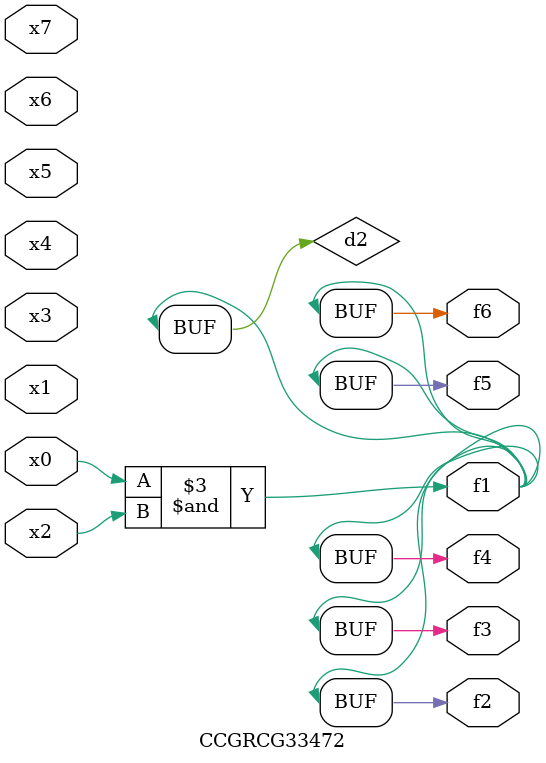
<source format=v>
module CCGRCG33472(
	input x0, x1, x2, x3, x4, x5, x6, x7,
	output f1, f2, f3, f4, f5, f6
);

	wire d1, d2;

	nor (d1, x3, x6);
	and (d2, x0, x2);
	assign f1 = d2;
	assign f2 = d2;
	assign f3 = d2;
	assign f4 = d2;
	assign f5 = d2;
	assign f6 = d2;
endmodule

</source>
